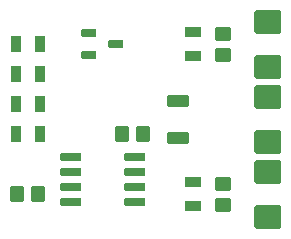
<source format=gbr>
%TF.GenerationSoftware,Altium Limited,Altium Designer,21.3.0 (21)*%
G04 Layer_Color=8421504*
%FSLAX45Y45*%
%MOMM*%
%TF.SameCoordinates,FC24DA46-C209-461C-A341-196A143AB96F*%
%TF.FilePolarity,Positive*%
%TF.FileFunction,Paste,Top*%
%TF.Part,Single*%
G01*
G75*
%TA.AperFunction,SMDPad,CuDef*%
G04:AMPARAMS|DCode=10|XSize=1.27mm|YSize=0.6mm|CornerRadius=0.06mm|HoleSize=0mm|Usage=FLASHONLY|Rotation=0.000|XOffset=0mm|YOffset=0mm|HoleType=Round|Shape=RoundedRectangle|*
%AMROUNDEDRECTD10*
21,1,1.27000,0.48000,0,0,0.0*
21,1,1.15000,0.60000,0,0,0.0*
1,1,0.12000,0.57500,-0.24000*
1,1,0.12000,-0.57500,-0.24000*
1,1,0.12000,-0.57500,0.24000*
1,1,0.12000,0.57500,0.24000*
%
%ADD10ROUNDEDRECTD10*%
G04:AMPARAMS|DCode=11|XSize=0.6mm|YSize=1.778mm|CornerRadius=0.06mm|HoleSize=0mm|Usage=FLASHONLY|Rotation=90.000|XOffset=0mm|YOffset=0mm|HoleType=Round|Shape=RoundedRectangle|*
%AMROUNDEDRECTD11*
21,1,0.60000,1.65800,0,0,90.0*
21,1,0.48000,1.77800,0,0,90.0*
1,1,0.12000,0.82900,0.24000*
1,1,0.12000,0.82900,-0.24000*
1,1,0.12000,-0.82900,-0.24000*
1,1,0.12000,-0.82900,0.24000*
%
%ADD11ROUNDEDRECTD11*%
G04:AMPARAMS|DCode=12|XSize=2.286mm|YSize=2.032mm|CornerRadius=0.2032mm|HoleSize=0mm|Usage=FLASHONLY|Rotation=0.000|XOffset=0mm|YOffset=0mm|HoleType=Round|Shape=RoundedRectangle|*
%AMROUNDEDRECTD12*
21,1,2.28600,1.62560,0,0,0.0*
21,1,1.87960,2.03200,0,0,0.0*
1,1,0.40640,0.93980,-0.81280*
1,1,0.40640,-0.93980,-0.81280*
1,1,0.40640,-0.93980,0.81280*
1,1,0.40640,0.93980,0.81280*
%
%ADD12ROUNDEDRECTD12*%
G04:AMPARAMS|DCode=13|XSize=1.8mm|YSize=1.1mm|CornerRadius=0.11mm|HoleSize=0mm|Usage=FLASHONLY|Rotation=0.000|XOffset=0mm|YOffset=0mm|HoleType=Round|Shape=RoundedRectangle|*
%AMROUNDEDRECTD13*
21,1,1.80000,0.88000,0,0,0.0*
21,1,1.58000,1.10000,0,0,0.0*
1,1,0.22000,0.79000,-0.44000*
1,1,0.22000,-0.79000,-0.44000*
1,1,0.22000,-0.79000,0.44000*
1,1,0.22000,0.79000,0.44000*
%
%ADD13ROUNDEDRECTD13*%
G04:AMPARAMS|DCode=14|XSize=1.4mm|YSize=0.8mm|CornerRadius=0.08mm|HoleSize=0mm|Usage=FLASHONLY|Rotation=90.000|XOffset=0mm|YOffset=0mm|HoleType=Round|Shape=RoundedRectangle|*
%AMROUNDEDRECTD14*
21,1,1.40000,0.64000,0,0,90.0*
21,1,1.24000,0.80000,0,0,90.0*
1,1,0.16000,0.32000,0.62000*
1,1,0.16000,0.32000,-0.62000*
1,1,0.16000,-0.32000,-0.62000*
1,1,0.16000,-0.32000,0.62000*
%
%ADD14ROUNDEDRECTD14*%
G04:AMPARAMS|DCode=15|XSize=1.4mm|YSize=1.2mm|CornerRadius=0.12mm|HoleSize=0mm|Usage=FLASHONLY|Rotation=0.000|XOffset=0mm|YOffset=0mm|HoleType=Round|Shape=RoundedRectangle|*
%AMROUNDEDRECTD15*
21,1,1.40000,0.96000,0,0,0.0*
21,1,1.16000,1.20000,0,0,0.0*
1,1,0.24000,0.58000,-0.48000*
1,1,0.24000,-0.58000,-0.48000*
1,1,0.24000,-0.58000,0.48000*
1,1,0.24000,0.58000,0.48000*
%
%ADD15ROUNDEDRECTD15*%
G04:AMPARAMS|DCode=16|XSize=1.4mm|YSize=1.2mm|CornerRadius=0.12mm|HoleSize=0mm|Usage=FLASHONLY|Rotation=270.000|XOffset=0mm|YOffset=0mm|HoleType=Round|Shape=RoundedRectangle|*
%AMROUNDEDRECTD16*
21,1,1.40000,0.96000,0,0,270.0*
21,1,1.16000,1.20000,0,0,270.0*
1,1,0.24000,-0.48000,-0.58000*
1,1,0.24000,-0.48000,0.58000*
1,1,0.24000,0.48000,0.58000*
1,1,0.24000,0.48000,-0.58000*
%
%ADD16ROUNDEDRECTD16*%
G04:AMPARAMS|DCode=17|XSize=1.4mm|YSize=0.8mm|CornerRadius=0.08mm|HoleSize=0mm|Usage=FLASHONLY|Rotation=0.000|XOffset=0mm|YOffset=0mm|HoleType=Round|Shape=RoundedRectangle|*
%AMROUNDEDRECTD17*
21,1,1.40000,0.64000,0,0,0.0*
21,1,1.24000,0.80000,0,0,0.0*
1,1,0.16000,0.62000,-0.32000*
1,1,0.16000,-0.62000,-0.32000*
1,1,0.16000,-0.62000,0.32000*
1,1,0.16000,0.62000,0.32000*
%
%ADD17ROUNDEDRECTD17*%
D10*
X23761000Y20542000D02*
D03*
Y20352000D02*
D03*
X23991000Y20447000D02*
D03*
D11*
X23603500Y19494501D02*
D03*
Y19367500D02*
D03*
Y19240500D02*
D03*
Y19113499D02*
D03*
X24148500Y19494501D02*
D03*
Y19367500D02*
D03*
Y19240500D02*
D03*
Y19113499D02*
D03*
D12*
X25273000Y19367500D02*
D03*
Y18986501D02*
D03*
Y20637500D02*
D03*
Y20256500D02*
D03*
Y19621500D02*
D03*
Y20002499D02*
D03*
D13*
X24511000Y19967000D02*
D03*
Y19657001D02*
D03*
D14*
X23141000Y20192999D02*
D03*
X23341000D02*
D03*
Y20447000D02*
D03*
X23141000D02*
D03*
X23341000Y19939000D02*
D03*
X23141000D02*
D03*
X23341000Y19685001D02*
D03*
X23141000D02*
D03*
D15*
X24892000Y19087000D02*
D03*
Y19267000D02*
D03*
Y20357001D02*
D03*
Y20537000D02*
D03*
D16*
X23150999Y19177000D02*
D03*
X23331000D02*
D03*
X24220000Y19685001D02*
D03*
X24039999D02*
D03*
D17*
X24638000Y20547000D02*
D03*
Y20347000D02*
D03*
Y19277000D02*
D03*
Y19077000D02*
D03*
%TF.MD5,6980c6f16093fc4148858241f15b8f3a*%
M02*

</source>
